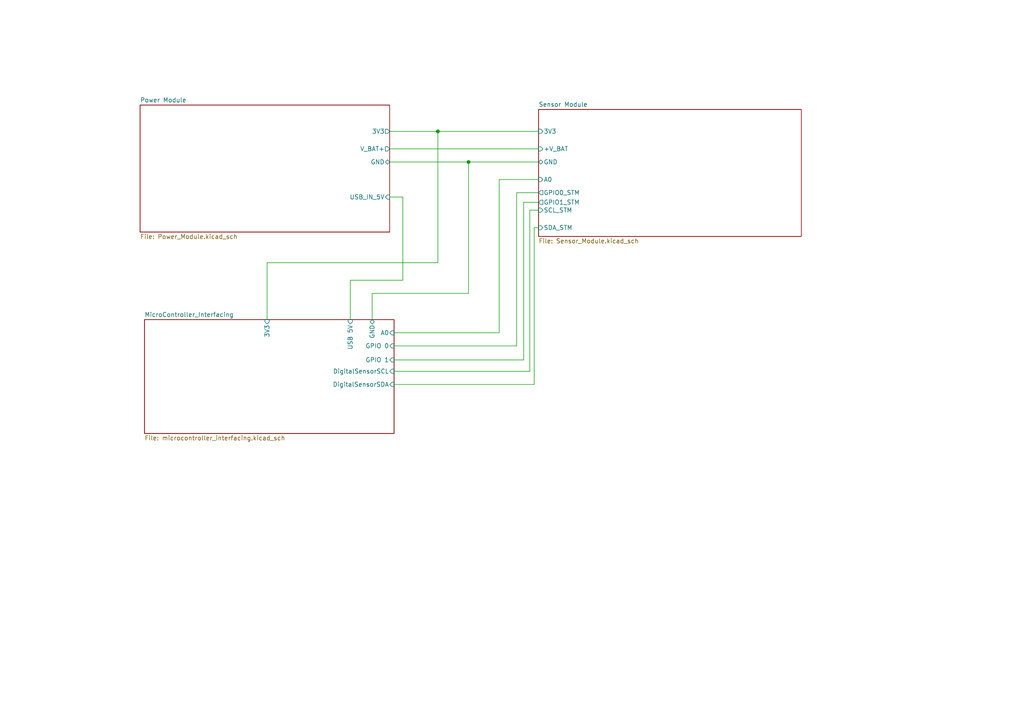
<source format=kicad_sch>
(kicad_sch (version 20230121) (generator eeschema)
  (paper "A4")
  (lib_symbols)
  (junction (at 135.89 46.99))
  (junction (at 127 38.1))
  (wire (pts (xy 113.03 38.1) (xy 127 38.1)))
  (wire (pts (xy 127 38.1) (xy 127 76.2)))
  (wire (pts (xy 153.67 60.96) (xy 156.21 60.96)))
  (wire (pts (xy 77.47 76.2) (xy 77.47 92.71)))
  (wire (pts (xy 154.94 66.04) (xy 156.21 66.04)))
  (wire (pts (xy 101.6 92.71) (xy 101.6 81.28)))
  (wire (pts (xy 127 38.1) (xy 156.21 38.1)))
  (wire (pts (xy 135.89 46.99) (xy 156.21 46.99)))
  (wire (pts (xy 135.89 85.09) (xy 135.89 46.99)))
  (wire (pts (xy 114.3 111.506) (xy 154.94 111.506)))
  (wire (pts (xy 154.94 66.04) (xy 154.94 111.506)))
  (wire (pts (xy 114.3 96.52) (xy 144.78 96.52)))
  (wire (pts (xy 116.84 57.15) (xy 113.03 57.15)))
  (wire (pts (xy 113.03 43.18) (xy 156.21 43.18)))
  (wire (pts (xy 114.3 107.696) (xy 153.67 107.696)))
  (wire (pts (xy 149.86 55.88) (xy 156.21 55.88)))
  (wire (pts (xy 101.6 81.28) (xy 116.84 81.28)))
  (wire (pts (xy 114.3 100.33) (xy 149.86 100.33)))
  (wire (pts (xy 127 76.2) (xy 77.47 76.2)))
  (wire (pts (xy 156.21 58.674) (xy 151.892 58.674)))
  (wire (pts (xy 107.95 85.09) (xy 135.89 85.09)))
  (wire (pts (xy 156.21 52.07) (xy 144.78 52.07)))
  (wire (pts (xy 107.95 92.71) (xy 107.95 85.09)))
  (wire (pts (xy 153.67 60.96) (xy 153.67 107.696)))
  (wire (pts (xy 116.84 81.28) (xy 116.84 57.15)))
  (wire (pts (xy 149.86 100.33) (xy 149.86 55.88)))
  (wire (pts (xy 151.892 104.394) (xy 114.3 104.394)))
  (wire (pts (xy 113.03 46.99) (xy 135.89 46.99)))
  (wire (pts (xy 151.892 58.674) (xy 151.892 104.394)))
  (wire (pts (xy 144.78 52.07) (xy 144.78 96.52)))
  (sheet (at 40.64 30.48) (size 72.39 36.83) (stroke (width 0.1524))
    (property "Sheetname" "Power Module" (at 40.64 29.7684 0) (effects (justify left bottom)))
    (property "Sheetfile" "Power_Module.kicad_sch" (at 40.64 67.8946 0) (effects (justify left top)))
    (pin "3V3" output (at 113.03 38.1 0))
    (pin "V_BAT+" output (at 113.03 43.18 0))
    (pin "USB_IN_5V" input (at 113.03 57.15 0))
    (pin "GND" bidirectional (at 113.03 46.99 0))
  )
  (sheet (at 156.21 31.75) (size 76.2 36.83) (stroke (width 0.1524))
    (property "Sheetname" "Sensor Module" (at 156.21 31.0384 0) (effects (justify left bottom)))
    (property "Sheetfile" "Sensor_Module.kicad_sch" (at 156.21 69.1646 0) (effects (justify left top)))
    (pin "3V3" input (at 156.21 38.1 180))
    (pin "SDA_STM" input (at 156.21 66.04 180))
    (pin "SCL_STM" input (at 156.21 60.96 180))
    (pin "A0" input (at 156.21 52.07 180))
    (pin "+V_BAT" input (at 156.21 43.18 180))
    (pin "GND" bidirectional (at 156.21 46.99 180))
    (pin "GPIO1_STM" output (at 156.21 58.674 180))
    (pin "GPIO0_STM" output (at 156.21 55.88 180))
  )
  (sheet (at 41.91 92.71) (size 72.39 33.02) (stroke (width 0.1524))
    (property "Sheetname" "MicroController_Interfacing" (at 41.91 91.9984 0) (effects (justify left bottom)))
    (property "Sheetfile" "microcontroller_interfacing.kicad_sch" (at 41.91 126.3146 0) (effects (justify left top)))
    (pin "DigitalSensorSCL" input (at 114.3 107.696 0))
    (pin "DigitalSensorSDA" input (at 114.3 111.506 0))
    (pin "GPIO 0" input (at 114.3 100.33 0))
    (pin "USB 5V" input (at 101.6 92.71 90))
    (pin "A0" input (at 114.3 96.52 0))
    (pin "3V3" input (at 77.47 92.71 90))
    (pin "GND" bidirectional (at 107.95 92.71 90))
    (pin "GPIO 1" input (at 114.3 104.394 0))
  )
)
</source>
